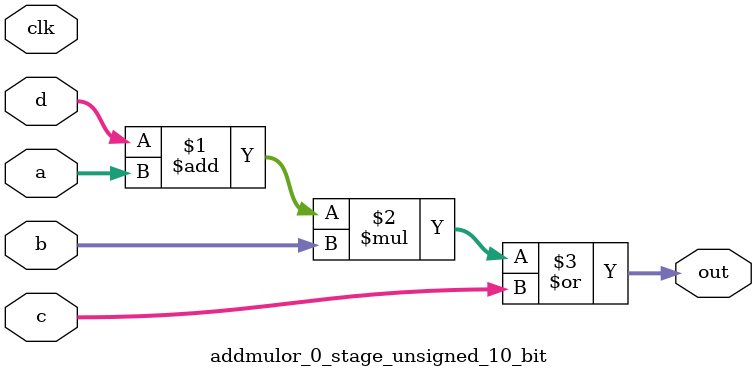
<source format=sv>
(* use_dsp = "yes" *) module addmulor_0_stage_unsigned_10_bit(
	input  [9:0] a,
	input  [9:0] b,
	input  [9:0] c,
	input  [9:0] d,
	output [9:0] out,
	input clk);

	assign out = ((d + a) * b) | c;
endmodule

</source>
